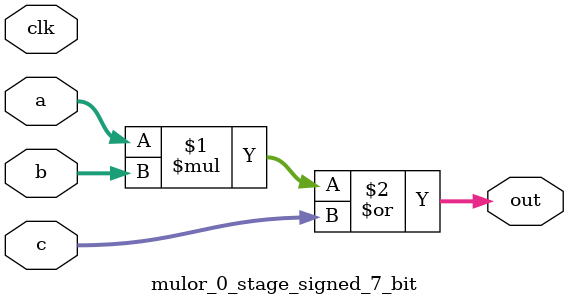
<source format=sv>
(* use_dsp = "yes" *) module mulor_0_stage_signed_7_bit(
	input signed [6:0] a,
	input signed [6:0] b,
	input signed [6:0] c,
	output [6:0] out,
	input clk);

	assign out = (a * b) | c;
endmodule

</source>
